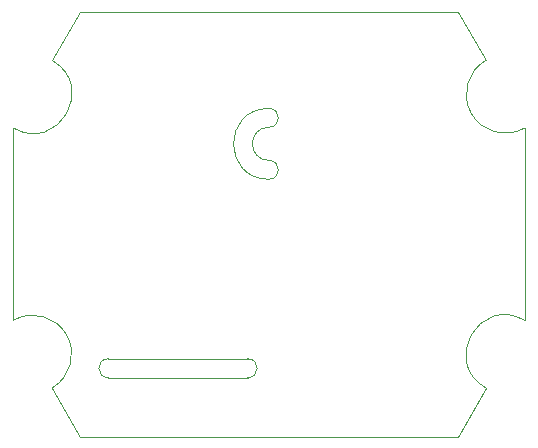
<source format=gbr>
%TF.GenerationSoftware,KiCad,Pcbnew,9.0.2-9.0.2-0~ubuntu24.04.1*%
%TF.CreationDate,2025-05-26T21:32:44+03:00*%
%TF.ProjectId,PCutSpeedCTRL,50437574-5370-4656-9564-4354524c2e6b,V01*%
%TF.SameCoordinates,PX5f5e100PY5f5e100*%
%TF.FileFunction,Profile,NP*%
%FSLAX46Y46*%
G04 Gerber Fmt 4.6, Leading zero omitted, Abs format (unit mm)*
G04 Created by KiCad (PCBNEW 9.0.2-9.0.2-0~ubuntu24.04.1) date 2025-05-26 21:32:44*
%MOMM*%
%LPD*%
G01*
G04 APERTURE LIST*
%TA.AperFunction,Profile*%
%ADD10C,0.100000*%
%TD*%
G04 APERTURE END LIST*
D10*
X0Y3800000D02*
G75*
G02*
X0Y9800000I0J3000000D01*
G01*
X-13600000Y-13000000D02*
X-1800000Y-13000000D01*
X-13600000Y-13000000D02*
G75*
G02*
X-13600000Y-11400000I0J800000D01*
G01*
X0Y9800000D02*
G75*
G02*
X0Y8200000I0J-800000D01*
G01*
X0Y5400000D02*
G75*
G02*
X0Y3800000I0J-800000D01*
G01*
X0Y5400000D02*
G75*
G02*
X0Y8200000I0J1400000D01*
G01*
X-13600000Y-11400000D02*
X-1800000Y-11400000D01*
X-1800000Y-11400000D02*
G75*
G02*
X-1800000Y-13000000I0J-800000D01*
G01*
X-18362741Y13865200D02*
G75*
G02*
X-21637254Y8134797I-1637259J-2865200D01*
G01*
X-21637254Y8134797D02*
X-21637369Y-8134860D01*
X18362492Y-13864778D02*
G75*
G02*
X21636765Y-8134798I1637508J2864778D01*
G01*
X-16000000Y18000000D02*
X16000000Y18000000D01*
X-21637369Y-8134861D02*
G75*
G02*
X-18362741Y-13865202I1637369J-2865139D01*
G01*
X18362247Y13865202D02*
X16000000Y18000000D01*
X-18362741Y-13865202D02*
X-16000494Y-18000000D01*
X-16000494Y-18000000D02*
X15999506Y-18000000D01*
X21636875Y8134861D02*
G75*
G02*
X18362244Y13865207I-1637375J2865139D01*
G01*
X18362492Y-13864777D02*
X15999506Y-18000000D01*
X-18362741Y13865200D02*
X-16000000Y18000000D01*
X21636875Y8134861D02*
X21636765Y-8134798D01*
M02*

</source>
